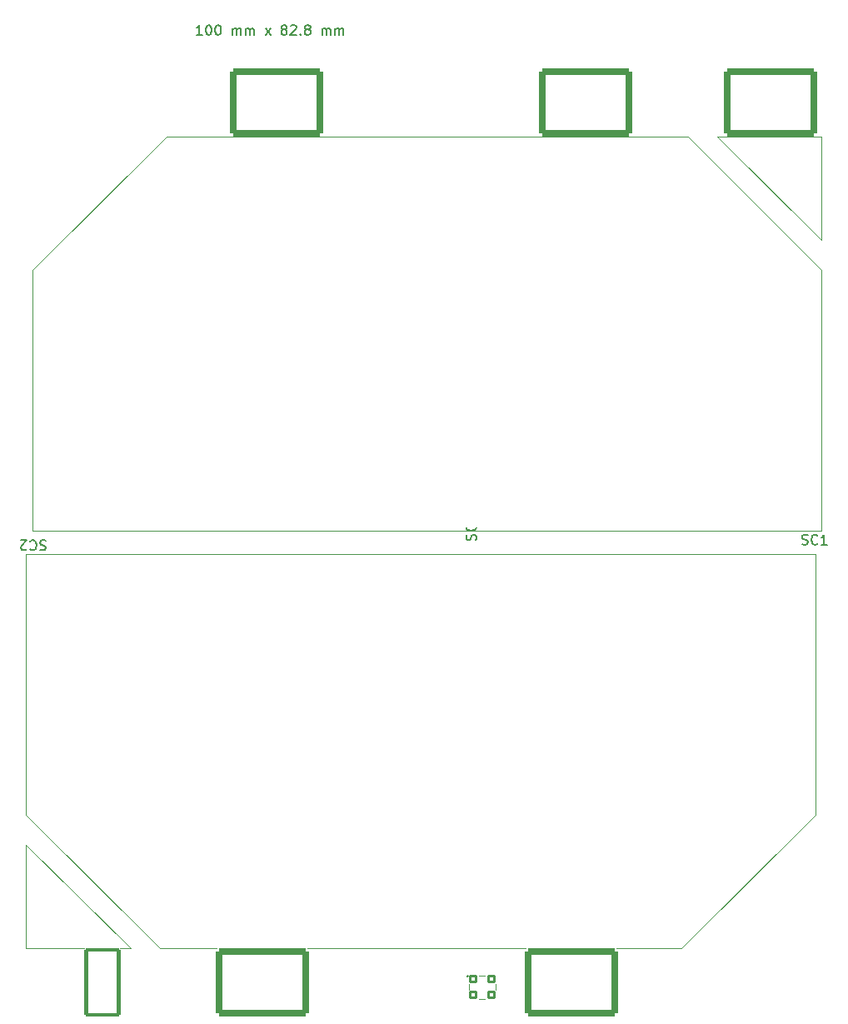
<source format=gto>
G04 #@! TF.GenerationSoftware,KiCad,Pcbnew,8.0.2*
G04 #@! TF.CreationDate,2024-08-20T08:19:13+02:00*
G04 #@! TF.ProjectId,STS1_SIDEPANEL,53545331-5f53-4494-9445-50414e454c2e,rev?*
G04 #@! TF.SameCoordinates,Original*
G04 #@! TF.FileFunction,Legend,Top*
G04 #@! TF.FilePolarity,Positive*
%FSLAX46Y46*%
G04 Gerber Fmt 4.6, Leading zero omitted, Abs format (unit mm)*
G04 Created by KiCad (PCBNEW 8.0.2) date 2024-08-20 08:19:13*
%MOMM*%
%LPD*%
G01*
G04 APERTURE LIST*
G04 Aperture macros list*
%AMRoundRect*
0 Rectangle with rounded corners*
0 $1 Rounding radius*
0 $2 $3 $4 $5 $6 $7 $8 $9 X,Y pos of 4 corners*
0 Add a 4 corners polygon primitive as box body*
4,1,4,$2,$3,$4,$5,$6,$7,$8,$9,$2,$3,0*
0 Add four circle primitives for the rounded corners*
1,1,$1+$1,$2,$3*
1,1,$1+$1,$4,$5*
1,1,$1+$1,$6,$7*
1,1,$1+$1,$8,$9*
0 Add four rect primitives between the rounded corners*
20,1,$1+$1,$2,$3,$4,$5,0*
20,1,$1+$1,$4,$5,$6,$7,0*
20,1,$1+$1,$6,$7,$8,$9,0*
20,1,$1+$1,$8,$9,$2,$3,0*%
%AMFreePoly0*
4,1,17,27.998779,14.255902,28.009846,14.246565,39.669846,2.866565,39.698571,2.811843,39.696113,2.795000,39.700000,2.795000,39.700000,-2.795000,-39.700000,-2.795000,-39.700000,2.795000,-39.695106,2.795000,-39.695106,2.825902,-39.669846,2.866565,-28.009846,14.246565,-27.954442,14.273952,-27.940000,14.275000,27.940000,14.275000,27.998779,14.255902,27.998779,14.255902,$1*%
G04 Aperture macros list end*
%ADD10C,0.150000*%
%ADD11C,0.120000*%
%ADD12C,6.000000*%
%ADD13FreePoly0,180.000000*%
%ADD14R,79.400000X20.475000*%
%ADD15RoundRect,0.350000X4.400000X3.150000X-4.400000X3.150000X-4.400000X-3.150000X4.400000X-3.150000X0*%
%ADD16RoundRect,0.185000X1.665000X3.315000X-1.665000X3.315000X-1.665000X-3.315000X1.665000X-3.315000X0*%
%ADD17FreePoly0,0.000000*%
%ADD18RoundRect,0.350000X-4.400000X-3.150000X4.400000X-3.150000X4.400000X3.150000X-4.400000X3.150000X0*%
%ADD19RoundRect,0.100000X0.300000X0.300000X-0.300000X0.300000X-0.300000X-0.300000X0.300000X-0.300000X0*%
G04 APERTURE END LIST*
D10*
X130075200Y-88672104D02*
X130122819Y-88529247D01*
X130122819Y-88529247D02*
X130122819Y-88291152D01*
X130122819Y-88291152D02*
X130075200Y-88195914D01*
X130075200Y-88195914D02*
X130027580Y-88148295D01*
X130027580Y-88148295D02*
X129932342Y-88100676D01*
X129932342Y-88100676D02*
X129837104Y-88100676D01*
X129837104Y-88100676D02*
X129741866Y-88148295D01*
X129741866Y-88148295D02*
X129694247Y-88195914D01*
X129694247Y-88195914D02*
X129646628Y-88291152D01*
X129646628Y-88291152D02*
X129599009Y-88481628D01*
X129599009Y-88481628D02*
X129551390Y-88576866D01*
X129551390Y-88576866D02*
X129503771Y-88624485D01*
X129503771Y-88624485D02*
X129408533Y-88672104D01*
X129408533Y-88672104D02*
X129313295Y-88672104D01*
X129313295Y-88672104D02*
X129218057Y-88624485D01*
X129218057Y-88624485D02*
X129170438Y-88576866D01*
X129170438Y-88576866D02*
X129122819Y-88481628D01*
X129122819Y-88481628D02*
X129122819Y-88243533D01*
X129122819Y-88243533D02*
X129170438Y-88100676D01*
X130027580Y-87100676D02*
X130075200Y-87148295D01*
X130075200Y-87148295D02*
X130122819Y-87291152D01*
X130122819Y-87291152D02*
X130122819Y-87386390D01*
X130122819Y-87386390D02*
X130075200Y-87529247D01*
X130075200Y-87529247D02*
X129979961Y-87624485D01*
X129979961Y-87624485D02*
X129884723Y-87672104D01*
X129884723Y-87672104D02*
X129694247Y-87719723D01*
X129694247Y-87719723D02*
X129551390Y-87719723D01*
X129551390Y-87719723D02*
X129360914Y-87672104D01*
X129360914Y-87672104D02*
X129265676Y-87624485D01*
X129265676Y-87624485D02*
X129170438Y-87529247D01*
X129170438Y-87529247D02*
X129122819Y-87386390D01*
X129122819Y-87386390D02*
X129122819Y-87291152D01*
X129122819Y-87291152D02*
X129170438Y-87148295D01*
X129170438Y-87148295D02*
X129218057Y-87100676D01*
X130122819Y-86148295D02*
X130122819Y-86719723D01*
X130122819Y-86434009D02*
X129122819Y-86434009D01*
X129122819Y-86434009D02*
X129265676Y-86529247D01*
X129265676Y-86529247D02*
X129360914Y-86624485D01*
X129360914Y-86624485D02*
X129408533Y-86719723D01*
X102272628Y-37326019D02*
X101701200Y-37326019D01*
X101986914Y-37326019D02*
X101986914Y-36326019D01*
X101986914Y-36326019D02*
X101891676Y-36468876D01*
X101891676Y-36468876D02*
X101796438Y-36564114D01*
X101796438Y-36564114D02*
X101701200Y-36611733D01*
X102891676Y-36326019D02*
X102986914Y-36326019D01*
X102986914Y-36326019D02*
X103082152Y-36373638D01*
X103082152Y-36373638D02*
X103129771Y-36421257D01*
X103129771Y-36421257D02*
X103177390Y-36516495D01*
X103177390Y-36516495D02*
X103225009Y-36706971D01*
X103225009Y-36706971D02*
X103225009Y-36945066D01*
X103225009Y-36945066D02*
X103177390Y-37135542D01*
X103177390Y-37135542D02*
X103129771Y-37230780D01*
X103129771Y-37230780D02*
X103082152Y-37278400D01*
X103082152Y-37278400D02*
X102986914Y-37326019D01*
X102986914Y-37326019D02*
X102891676Y-37326019D01*
X102891676Y-37326019D02*
X102796438Y-37278400D01*
X102796438Y-37278400D02*
X102748819Y-37230780D01*
X102748819Y-37230780D02*
X102701200Y-37135542D01*
X102701200Y-37135542D02*
X102653581Y-36945066D01*
X102653581Y-36945066D02*
X102653581Y-36706971D01*
X102653581Y-36706971D02*
X102701200Y-36516495D01*
X102701200Y-36516495D02*
X102748819Y-36421257D01*
X102748819Y-36421257D02*
X102796438Y-36373638D01*
X102796438Y-36373638D02*
X102891676Y-36326019D01*
X103844057Y-36326019D02*
X103939295Y-36326019D01*
X103939295Y-36326019D02*
X104034533Y-36373638D01*
X104034533Y-36373638D02*
X104082152Y-36421257D01*
X104082152Y-36421257D02*
X104129771Y-36516495D01*
X104129771Y-36516495D02*
X104177390Y-36706971D01*
X104177390Y-36706971D02*
X104177390Y-36945066D01*
X104177390Y-36945066D02*
X104129771Y-37135542D01*
X104129771Y-37135542D02*
X104082152Y-37230780D01*
X104082152Y-37230780D02*
X104034533Y-37278400D01*
X104034533Y-37278400D02*
X103939295Y-37326019D01*
X103939295Y-37326019D02*
X103844057Y-37326019D01*
X103844057Y-37326019D02*
X103748819Y-37278400D01*
X103748819Y-37278400D02*
X103701200Y-37230780D01*
X103701200Y-37230780D02*
X103653581Y-37135542D01*
X103653581Y-37135542D02*
X103605962Y-36945066D01*
X103605962Y-36945066D02*
X103605962Y-36706971D01*
X103605962Y-36706971D02*
X103653581Y-36516495D01*
X103653581Y-36516495D02*
X103701200Y-36421257D01*
X103701200Y-36421257D02*
X103748819Y-36373638D01*
X103748819Y-36373638D02*
X103844057Y-36326019D01*
X105367867Y-37326019D02*
X105367867Y-36659352D01*
X105367867Y-36754590D02*
X105415486Y-36706971D01*
X105415486Y-36706971D02*
X105510724Y-36659352D01*
X105510724Y-36659352D02*
X105653581Y-36659352D01*
X105653581Y-36659352D02*
X105748819Y-36706971D01*
X105748819Y-36706971D02*
X105796438Y-36802209D01*
X105796438Y-36802209D02*
X105796438Y-37326019D01*
X105796438Y-36802209D02*
X105844057Y-36706971D01*
X105844057Y-36706971D02*
X105939295Y-36659352D01*
X105939295Y-36659352D02*
X106082152Y-36659352D01*
X106082152Y-36659352D02*
X106177391Y-36706971D01*
X106177391Y-36706971D02*
X106225010Y-36802209D01*
X106225010Y-36802209D02*
X106225010Y-37326019D01*
X106701200Y-37326019D02*
X106701200Y-36659352D01*
X106701200Y-36754590D02*
X106748819Y-36706971D01*
X106748819Y-36706971D02*
X106844057Y-36659352D01*
X106844057Y-36659352D02*
X106986914Y-36659352D01*
X106986914Y-36659352D02*
X107082152Y-36706971D01*
X107082152Y-36706971D02*
X107129771Y-36802209D01*
X107129771Y-36802209D02*
X107129771Y-37326019D01*
X107129771Y-36802209D02*
X107177390Y-36706971D01*
X107177390Y-36706971D02*
X107272628Y-36659352D01*
X107272628Y-36659352D02*
X107415485Y-36659352D01*
X107415485Y-36659352D02*
X107510724Y-36706971D01*
X107510724Y-36706971D02*
X107558343Y-36802209D01*
X107558343Y-36802209D02*
X107558343Y-37326019D01*
X108701200Y-37326019D02*
X109225009Y-36659352D01*
X108701200Y-36659352D02*
X109225009Y-37326019D01*
X110510724Y-36754590D02*
X110415486Y-36706971D01*
X110415486Y-36706971D02*
X110367867Y-36659352D01*
X110367867Y-36659352D02*
X110320248Y-36564114D01*
X110320248Y-36564114D02*
X110320248Y-36516495D01*
X110320248Y-36516495D02*
X110367867Y-36421257D01*
X110367867Y-36421257D02*
X110415486Y-36373638D01*
X110415486Y-36373638D02*
X110510724Y-36326019D01*
X110510724Y-36326019D02*
X110701200Y-36326019D01*
X110701200Y-36326019D02*
X110796438Y-36373638D01*
X110796438Y-36373638D02*
X110844057Y-36421257D01*
X110844057Y-36421257D02*
X110891676Y-36516495D01*
X110891676Y-36516495D02*
X110891676Y-36564114D01*
X110891676Y-36564114D02*
X110844057Y-36659352D01*
X110844057Y-36659352D02*
X110796438Y-36706971D01*
X110796438Y-36706971D02*
X110701200Y-36754590D01*
X110701200Y-36754590D02*
X110510724Y-36754590D01*
X110510724Y-36754590D02*
X110415486Y-36802209D01*
X110415486Y-36802209D02*
X110367867Y-36849828D01*
X110367867Y-36849828D02*
X110320248Y-36945066D01*
X110320248Y-36945066D02*
X110320248Y-37135542D01*
X110320248Y-37135542D02*
X110367867Y-37230780D01*
X110367867Y-37230780D02*
X110415486Y-37278400D01*
X110415486Y-37278400D02*
X110510724Y-37326019D01*
X110510724Y-37326019D02*
X110701200Y-37326019D01*
X110701200Y-37326019D02*
X110796438Y-37278400D01*
X110796438Y-37278400D02*
X110844057Y-37230780D01*
X110844057Y-37230780D02*
X110891676Y-37135542D01*
X110891676Y-37135542D02*
X110891676Y-36945066D01*
X110891676Y-36945066D02*
X110844057Y-36849828D01*
X110844057Y-36849828D02*
X110796438Y-36802209D01*
X110796438Y-36802209D02*
X110701200Y-36754590D01*
X111272629Y-36421257D02*
X111320248Y-36373638D01*
X111320248Y-36373638D02*
X111415486Y-36326019D01*
X111415486Y-36326019D02*
X111653581Y-36326019D01*
X111653581Y-36326019D02*
X111748819Y-36373638D01*
X111748819Y-36373638D02*
X111796438Y-36421257D01*
X111796438Y-36421257D02*
X111844057Y-36516495D01*
X111844057Y-36516495D02*
X111844057Y-36611733D01*
X111844057Y-36611733D02*
X111796438Y-36754590D01*
X111796438Y-36754590D02*
X111225010Y-37326019D01*
X111225010Y-37326019D02*
X111844057Y-37326019D01*
X112272629Y-37230780D02*
X112320248Y-37278400D01*
X112320248Y-37278400D02*
X112272629Y-37326019D01*
X112272629Y-37326019D02*
X112225010Y-37278400D01*
X112225010Y-37278400D02*
X112272629Y-37230780D01*
X112272629Y-37230780D02*
X112272629Y-37326019D01*
X112891676Y-36754590D02*
X112796438Y-36706971D01*
X112796438Y-36706971D02*
X112748819Y-36659352D01*
X112748819Y-36659352D02*
X112701200Y-36564114D01*
X112701200Y-36564114D02*
X112701200Y-36516495D01*
X112701200Y-36516495D02*
X112748819Y-36421257D01*
X112748819Y-36421257D02*
X112796438Y-36373638D01*
X112796438Y-36373638D02*
X112891676Y-36326019D01*
X112891676Y-36326019D02*
X113082152Y-36326019D01*
X113082152Y-36326019D02*
X113177390Y-36373638D01*
X113177390Y-36373638D02*
X113225009Y-36421257D01*
X113225009Y-36421257D02*
X113272628Y-36516495D01*
X113272628Y-36516495D02*
X113272628Y-36564114D01*
X113272628Y-36564114D02*
X113225009Y-36659352D01*
X113225009Y-36659352D02*
X113177390Y-36706971D01*
X113177390Y-36706971D02*
X113082152Y-36754590D01*
X113082152Y-36754590D02*
X112891676Y-36754590D01*
X112891676Y-36754590D02*
X112796438Y-36802209D01*
X112796438Y-36802209D02*
X112748819Y-36849828D01*
X112748819Y-36849828D02*
X112701200Y-36945066D01*
X112701200Y-36945066D02*
X112701200Y-37135542D01*
X112701200Y-37135542D02*
X112748819Y-37230780D01*
X112748819Y-37230780D02*
X112796438Y-37278400D01*
X112796438Y-37278400D02*
X112891676Y-37326019D01*
X112891676Y-37326019D02*
X113082152Y-37326019D01*
X113082152Y-37326019D02*
X113177390Y-37278400D01*
X113177390Y-37278400D02*
X113225009Y-37230780D01*
X113225009Y-37230780D02*
X113272628Y-37135542D01*
X113272628Y-37135542D02*
X113272628Y-36945066D01*
X113272628Y-36945066D02*
X113225009Y-36849828D01*
X113225009Y-36849828D02*
X113177390Y-36802209D01*
X113177390Y-36802209D02*
X113082152Y-36754590D01*
X114463105Y-37326019D02*
X114463105Y-36659352D01*
X114463105Y-36754590D02*
X114510724Y-36706971D01*
X114510724Y-36706971D02*
X114605962Y-36659352D01*
X114605962Y-36659352D02*
X114748819Y-36659352D01*
X114748819Y-36659352D02*
X114844057Y-36706971D01*
X114844057Y-36706971D02*
X114891676Y-36802209D01*
X114891676Y-36802209D02*
X114891676Y-37326019D01*
X114891676Y-36802209D02*
X114939295Y-36706971D01*
X114939295Y-36706971D02*
X115034533Y-36659352D01*
X115034533Y-36659352D02*
X115177390Y-36659352D01*
X115177390Y-36659352D02*
X115272629Y-36706971D01*
X115272629Y-36706971D02*
X115320248Y-36802209D01*
X115320248Y-36802209D02*
X115320248Y-37326019D01*
X115796438Y-37326019D02*
X115796438Y-36659352D01*
X115796438Y-36754590D02*
X115844057Y-36706971D01*
X115844057Y-36706971D02*
X115939295Y-36659352D01*
X115939295Y-36659352D02*
X116082152Y-36659352D01*
X116082152Y-36659352D02*
X116177390Y-36706971D01*
X116177390Y-36706971D02*
X116225009Y-36802209D01*
X116225009Y-36802209D02*
X116225009Y-37326019D01*
X116225009Y-36802209D02*
X116272628Y-36706971D01*
X116272628Y-36706971D02*
X116367866Y-36659352D01*
X116367866Y-36659352D02*
X116510723Y-36659352D01*
X116510723Y-36659352D02*
X116605962Y-36706971D01*
X116605962Y-36706971D02*
X116653581Y-36802209D01*
X116653581Y-36802209D02*
X116653581Y-37326019D01*
X86383904Y-88735600D02*
X86241047Y-88687980D01*
X86241047Y-88687980D02*
X86002952Y-88687980D01*
X86002952Y-88687980D02*
X85907714Y-88735600D01*
X85907714Y-88735600D02*
X85860095Y-88783219D01*
X85860095Y-88783219D02*
X85812476Y-88878457D01*
X85812476Y-88878457D02*
X85812476Y-88973695D01*
X85812476Y-88973695D02*
X85860095Y-89068933D01*
X85860095Y-89068933D02*
X85907714Y-89116552D01*
X85907714Y-89116552D02*
X86002952Y-89164171D01*
X86002952Y-89164171D02*
X86193428Y-89211790D01*
X86193428Y-89211790D02*
X86288666Y-89259409D01*
X86288666Y-89259409D02*
X86336285Y-89307028D01*
X86336285Y-89307028D02*
X86383904Y-89402266D01*
X86383904Y-89402266D02*
X86383904Y-89497504D01*
X86383904Y-89497504D02*
X86336285Y-89592742D01*
X86336285Y-89592742D02*
X86288666Y-89640361D01*
X86288666Y-89640361D02*
X86193428Y-89687980D01*
X86193428Y-89687980D02*
X85955333Y-89687980D01*
X85955333Y-89687980D02*
X85812476Y-89640361D01*
X84812476Y-88783219D02*
X84860095Y-88735600D01*
X84860095Y-88735600D02*
X85002952Y-88687980D01*
X85002952Y-88687980D02*
X85098190Y-88687980D01*
X85098190Y-88687980D02*
X85241047Y-88735600D01*
X85241047Y-88735600D02*
X85336285Y-88830838D01*
X85336285Y-88830838D02*
X85383904Y-88926076D01*
X85383904Y-88926076D02*
X85431523Y-89116552D01*
X85431523Y-89116552D02*
X85431523Y-89259409D01*
X85431523Y-89259409D02*
X85383904Y-89449885D01*
X85383904Y-89449885D02*
X85336285Y-89545123D01*
X85336285Y-89545123D02*
X85241047Y-89640361D01*
X85241047Y-89640361D02*
X85098190Y-89687980D01*
X85098190Y-89687980D02*
X85002952Y-89687980D01*
X85002952Y-89687980D02*
X84860095Y-89640361D01*
X84860095Y-89640361D02*
X84812476Y-89592742D01*
X84431523Y-89592742D02*
X84383904Y-89640361D01*
X84383904Y-89640361D02*
X84288666Y-89687980D01*
X84288666Y-89687980D02*
X84050571Y-89687980D01*
X84050571Y-89687980D02*
X83955333Y-89640361D01*
X83955333Y-89640361D02*
X83907714Y-89592742D01*
X83907714Y-89592742D02*
X83860095Y-89497504D01*
X83860095Y-89497504D02*
X83860095Y-89402266D01*
X83860095Y-89402266D02*
X83907714Y-89259409D01*
X83907714Y-89259409D02*
X84479142Y-88687980D01*
X84479142Y-88687980D02*
X83860095Y-88687980D01*
X163260495Y-89067200D02*
X163403352Y-89114819D01*
X163403352Y-89114819D02*
X163641447Y-89114819D01*
X163641447Y-89114819D02*
X163736685Y-89067200D01*
X163736685Y-89067200D02*
X163784304Y-89019580D01*
X163784304Y-89019580D02*
X163831923Y-88924342D01*
X163831923Y-88924342D02*
X163831923Y-88829104D01*
X163831923Y-88829104D02*
X163784304Y-88733866D01*
X163784304Y-88733866D02*
X163736685Y-88686247D01*
X163736685Y-88686247D02*
X163641447Y-88638628D01*
X163641447Y-88638628D02*
X163450971Y-88591009D01*
X163450971Y-88591009D02*
X163355733Y-88543390D01*
X163355733Y-88543390D02*
X163308114Y-88495771D01*
X163308114Y-88495771D02*
X163260495Y-88400533D01*
X163260495Y-88400533D02*
X163260495Y-88305295D01*
X163260495Y-88305295D02*
X163308114Y-88210057D01*
X163308114Y-88210057D02*
X163355733Y-88162438D01*
X163355733Y-88162438D02*
X163450971Y-88114819D01*
X163450971Y-88114819D02*
X163689066Y-88114819D01*
X163689066Y-88114819D02*
X163831923Y-88162438D01*
X164831923Y-89019580D02*
X164784304Y-89067200D01*
X164784304Y-89067200D02*
X164641447Y-89114819D01*
X164641447Y-89114819D02*
X164546209Y-89114819D01*
X164546209Y-89114819D02*
X164403352Y-89067200D01*
X164403352Y-89067200D02*
X164308114Y-88971961D01*
X164308114Y-88971961D02*
X164260495Y-88876723D01*
X164260495Y-88876723D02*
X164212876Y-88686247D01*
X164212876Y-88686247D02*
X164212876Y-88543390D01*
X164212876Y-88543390D02*
X164260495Y-88352914D01*
X164260495Y-88352914D02*
X164308114Y-88257676D01*
X164308114Y-88257676D02*
X164403352Y-88162438D01*
X164403352Y-88162438D02*
X164546209Y-88114819D01*
X164546209Y-88114819D02*
X164641447Y-88114819D01*
X164641447Y-88114819D02*
X164784304Y-88162438D01*
X164784304Y-88162438D02*
X164831923Y-88210057D01*
X165784304Y-89114819D02*
X165212876Y-89114819D01*
X165498590Y-89114819D02*
X165498590Y-88114819D01*
X165498590Y-88114819D02*
X165403352Y-88257676D01*
X165403352Y-88257676D02*
X165308114Y-88352914D01*
X165308114Y-88352914D02*
X165212876Y-88400533D01*
D11*
X84392000Y-90097800D02*
X164592000Y-90097800D01*
X84392000Y-116597800D02*
X84392000Y-90097800D01*
X84392000Y-119597800D02*
X84392000Y-130097800D01*
X84392000Y-130097800D02*
X94992000Y-130097800D01*
X94992000Y-130097800D02*
X84392000Y-119597800D01*
X97992000Y-130097800D02*
X84392000Y-116597800D01*
X150992000Y-130097800D02*
X97992000Y-130097800D01*
X164592000Y-90097800D02*
X164592000Y-116597800D01*
X164592000Y-116597800D02*
X150992000Y-130097800D01*
X85052400Y-61205000D02*
X98652400Y-47705000D01*
X85052400Y-87705000D02*
X85052400Y-61205000D01*
X98652400Y-47705000D02*
X151652400Y-47705000D01*
X151652400Y-47705000D02*
X165252400Y-61205000D01*
X154652400Y-47705000D02*
X165252400Y-58205000D01*
X165252400Y-47705000D02*
X154652400Y-47705000D01*
X165252400Y-58205000D02*
X165252400Y-47705000D01*
X165252400Y-61205000D02*
X165252400Y-87705000D01*
X165252400Y-87705000D02*
X85052400Y-87705000D01*
X129400000Y-134400000D02*
X129400000Y-133800000D01*
X130450000Y-132900000D02*
X131050000Y-132900000D01*
X130450000Y-135300000D02*
X131050000Y-135300000D01*
X132100000Y-134400000D02*
X132100000Y-133800000D01*
X129350000Y-133000000D02*
G75*
G02*
X129150000Y-133000000I-100000J0D01*
G01*
X129150000Y-133000000D02*
G75*
G02*
X129350000Y-133000000I100000J0D01*
G01*
%LPC*%
D12*
X148492000Y-108097800D03*
D13*
X124492000Y-113702800D03*
D12*
X124492000Y-108097800D03*
D14*
X124492000Y-100670300D03*
D12*
X98492000Y-108097800D03*
D15*
X139822000Y-133597800D03*
X108362000Y-133597800D03*
D16*
X92107000Y-133592800D03*
D12*
X101152400Y-69705000D03*
D17*
X125152400Y-64100000D03*
D12*
X125152400Y-69705000D03*
D14*
X125152400Y-77132500D03*
D12*
X151152400Y-69705000D03*
D18*
X109822400Y-44205000D03*
X141282400Y-44205000D03*
X160077400Y-44210000D03*
D19*
X129800000Y-133300000D03*
X129800000Y-134900000D03*
X131700000Y-134900000D03*
X131700000Y-133300000D03*
%LPD*%
M02*

</source>
